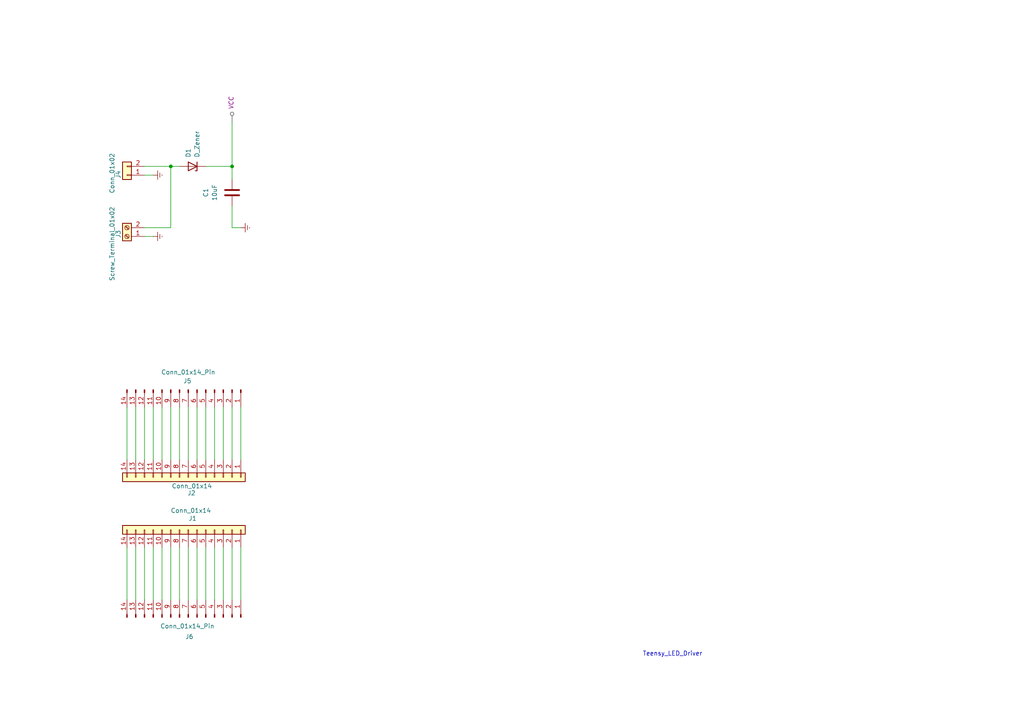
<source format=kicad_sch>
(kicad_sch (version 20231120) (generator "eeschema") (generator_version "8.0")
  (paper "A4")
  (lib_symbols
    (symbol "Connector:Conn_01x14_Pin" (pin_names (offset 1.016) hide)
      (property "Reference" "J" (at 0 17.78 0))
      (property "Value" "Conn_01x14_Pin" (at 0 -20.32 0))
      (symbol "Conn_01x14_Pin_1_1"
        (polyline (pts (xy 1.27 -17.78) (xy 0.8636 -17.78)) (stroke (width 0.1524)))
        (polyline (pts (xy 1.27 -15.24) (xy 0.8636 -15.24)) (stroke (width 0.1524)))
        (polyline (pts (xy 1.27 -12.7) (xy 0.8636 -12.7)) (stroke (width 0.1524)))
        (polyline (pts (xy 1.27 -10.16) (xy 0.8636 -10.16)) (stroke (width 0.1524)))
        (polyline (pts (xy 1.27 -7.62) (xy 0.8636 -7.62)) (stroke (width 0.1524)))
        (polyline (pts (xy 1.27 -5.08) (xy 0.8636 -5.08)) (stroke (width 0.1524)))
        (polyline (pts (xy 1.27 -2.54) (xy 0.8636 -2.54)) (stroke (width 0.1524)))
        (polyline (pts (xy 1.27 0) (xy 0.8636 0)) (stroke (width 0.1524)))
        (polyline (pts (xy 1.27 2.54) (xy 0.8636 2.54)) (stroke (width 0.1524)))
        (polyline (pts (xy 1.27 5.08) (xy 0.8636 5.08)) (stroke (width 0.1524)))
        (polyline (pts (xy 1.27 7.62) (xy 0.8636 7.62)) (stroke (width 0.1524)))
        (polyline (pts (xy 1.27 10.16) (xy 0.8636 10.16)) (stroke (width 0.1524)))
        (polyline (pts (xy 1.27 12.7) (xy 0.8636 12.7)) (stroke (width 0.1524)))
        (polyline (pts (xy 1.27 15.24) (xy 0.8636 15.24)) (stroke (width 0.1524)))
        (rectangle (start 0.8636 -17.653) (end 0 -17.907) (stroke (width 0.1524)) (fill (type outline)))
        (rectangle (start 0.8636 -15.113) (end 0 -15.367) (stroke (width 0.1524)) (fill (type outline)))
        (rectangle (start 0.8636 -12.573) (end 0 -12.827) (stroke (width 0.1524)) (fill (type outline)))
        (rectangle (start 0.8636 -10.033) (end 0 -10.287) (stroke (width 0.1524)) (fill (type outline)))
        (rectangle (start 0.8636 -7.493) (end 0 -7.747) (stroke (width 0.1524)) (fill (type outline)))
        (rectangle (start 0.8636 -4.953) (end 0 -5.207) (stroke (width 0.1524)) (fill (type outline)))
        (rectangle (start 0.8636 -2.413) (end 0 -2.667) (stroke (width 0.1524)) (fill (type outline)))
        (rectangle (start 0.8636 0.127) (end 0 -0.127) (stroke (width 0.1524)) (fill (type outline)))
        (rectangle (start 0.8636 2.667) (end 0 2.413) (stroke (width 0.1524)) (fill (type outline)))
        (rectangle (start 0.8636 5.207) (end 0 4.953) (stroke (width 0.1524)) (fill (type outline)))
        (rectangle (start 0.8636 7.747) (end 0 7.493) (stroke (width 0.1524)) (fill (type outline)))
        (rectangle (start 0.8636 10.287) (end 0 10.033) (stroke (width 0.1524)) (fill (type outline)))
        (rectangle (start 0.8636 12.827) (end 0 12.573) (stroke (width 0.1524)) (fill (type outline)))
        (rectangle (start 0.8636 15.367) (end 0 15.113) (stroke (width 0.1524)) (fill (type outline)))
        (pin passive line (at 5.08 15.24 180) (length 3.81) (name "Pin_1") (number "1"))
        (pin passive line (at 5.08 -7.62 180) (length 3.81) (name "Pin_10") (number "10"))
        (pin passive line (at 5.08 -10.16 180) (length 3.81) (name "Pin_11") (number "11"))
        (pin passive line (at 5.08 -12.7 180) (length 3.81) (name "Pin_12") (number "12"))
        (pin passive line (at 5.08 -15.24 180) (length 3.81) (name "Pin_13") (number "13"))
        (pin passive line (at 5.08 -17.78 180) (length 3.81) (name "Pin_14") (number "14"))
        (pin passive line (at 5.08 12.7 180) (length 3.81) (name "Pin_2") (number "2"))
        (pin passive line (at 5.08 10.16 180) (length 3.81) (name "Pin_3") (number "3"))
        (pin passive line (at 5.08 7.62 180) (length 3.81) (name "Pin_4") (number "4"))
        (pin passive line (at 5.08 5.08 180) (length 3.81) (name "Pin_5") (number "5"))
        (pin passive line (at 5.08 2.54 180) (length 3.81) (name "Pin_6") (number "6"))
        (pin passive line (at 5.08 0 180) (length 3.81) (name "Pin_7") (number "7"))
        (pin passive line (at 5.08 -2.54 180) (length 3.81) (name "Pin_8") (number "8"))
        (pin passive line (at 5.08 -5.08 180) (length 3.81) (name "Pin_9") (number "9"))
      )
    )
    (symbol "Connector:Screw_Terminal_01x02" (pin_names (offset 1.016) hide)
      (property "Reference" "J" (at 0 2.54 0))
      (property "Value" "Screw_Terminal_01x02" (at 0 -5.08 0))
      (symbol "Screw_Terminal_01x02_1_1"
        (rectangle (start -1.27 1.27) (end 1.27 -3.81) (stroke (width 0.254)) (fill (type background)))
        (circle (center 0 -2.54) (radius 0.635) (stroke (width 0.1524)))
        (polyline (pts (xy -0.5334 -2.2098) (xy 0.3302 -3.048)) (stroke (width 0.1524)))
        (polyline (pts (xy -0.5334 0.3302) (xy 0.3302 -0.508)) (stroke (width 0.1524)))
        (polyline (pts (xy -0.3556 -2.032) (xy 0.508 -2.8702)) (stroke (width 0.1524)))
        (polyline (pts (xy -0.3556 0.508) (xy 0.508 -0.3302)) (stroke (width 0.1524)))
        (circle (center 0 0) (radius 0.635) (stroke (width 0.1524)))
        (pin passive line (at -5.08 0 0) (length 3.81) (name "Pin_1") (number "1"))
        (pin passive line (at -5.08 -2.54 0) (length 3.81) (name "Pin_2") (number "2"))
      )
    )
    (symbol "Connector_Generic:Conn_01x02" (pin_names (offset 1.016) hide)
      (property "Reference" "J" (at 0 2.54 0))
      (property "Value" "Conn_01x02" (at 0 -5.08 0))
      (symbol "Conn_01x02_1_1"
        (rectangle (start -1.27 -2.413) (end 0 -2.667) (stroke (width 0.1524)))
        (rectangle (start -1.27 0.127) (end 0 -0.127) (stroke (width 0.1524)))
        (rectangle (start -1.27 1.27) (end 1.27 -3.81) (stroke (width 0.254)) (fill (type background)))
        (pin passive line (at -5.08 0 0) (length 3.81) (name "Pin_1") (number "1"))
        (pin passive line (at -5.08 -2.54 0) (length 3.81) (name "Pin_2") (number "2"))
      )
    )
    (symbol "Connector_Generic:Conn_01x14" (pin_names (offset 1.016) hide)
      (property "Reference" "J" (at 0 17.78 0))
      (property "Value" "Conn_01x14" (at 0 -20.32 0))
      (symbol "Conn_01x14_1_1"
        (rectangle (start -1.27 -17.653) (end 0 -17.907) (stroke (width 0.1524)))
        (rectangle (start -1.27 -15.113) (end 0 -15.367) (stroke (width 0.1524)))
        (rectangle (start -1.27 -12.573) (end 0 -12.827) (stroke (width 0.1524)))
        (rectangle (start -1.27 -10.033) (end 0 -10.287) (stroke (width 0.1524)))
        (rectangle (start -1.27 -7.493) (end 0 -7.747) (stroke (width 0.1524)))
        (rectangle (start -1.27 -4.953) (end 0 -5.207) (stroke (width 0.1524)))
        (rectangle (start -1.27 -2.413) (end 0 -2.667) (stroke (width 0.1524)))
        (rectangle (start -1.27 0.127) (end 0 -0.127) (stroke (width 0.1524)))
        (rectangle (start -1.27 2.667) (end 0 2.413) (stroke (width 0.1524)))
        (rectangle (start -1.27 5.207) (end 0 4.953) (stroke (width 0.1524)))
        (rectangle (start -1.27 7.747) (end 0 7.493) (stroke (width 0.1524)))
        (rectangle (start -1.27 10.287) (end 0 10.033) (stroke (width 0.1524)))
        (rectangle (start -1.27 12.827) (end 0 12.573) (stroke (width 0.1524)))
        (rectangle (start -1.27 15.367) (end 0 15.113) (stroke (width 0.1524)))
        (rectangle (start -1.27 16.51) (end 1.27 -19.05) (stroke (width 0.254)) (fill (type background)))
        (pin passive line (at -5.08 15.24 0) (length 3.81) (name "Pin_1") (number "1"))
        (pin passive line (at -5.08 -7.62 0) (length 3.81) (name "Pin_10") (number "10"))
        (pin passive line (at -5.08 -10.16 0) (length 3.81) (name "Pin_11") (number "11"))
        (pin passive line (at -5.08 -12.7 0) (length 3.81) (name "Pin_12") (number "12"))
        (pin passive line (at -5.08 -15.24 0) (length 3.81) (name "Pin_13") (number "13"))
        (pin passive line (at -5.08 -17.78 0) (length 3.81) (name "Pin_14") (number "14"))
        (pin passive line (at -5.08 12.7 0) (length 3.81) (name "Pin_2") (number "2"))
        (pin passive line (at -5.08 10.16 0) (length 3.81) (name "Pin_3") (number "3"))
        (pin passive line (at -5.08 7.62 0) (length 3.81) (name "Pin_4") (number "4"))
        (pin passive line (at -5.08 5.08 0) (length 3.81) (name "Pin_5") (number "5"))
        (pin passive line (at -5.08 2.54 0) (length 3.81) (name "Pin_6") (number "6"))
        (pin passive line (at -5.08 0 0) (length 3.81) (name "Pin_7") (number "7"))
        (pin passive line (at -5.08 -2.54 0) (length 3.81) (name "Pin_8") (number "8"))
        (pin passive line (at -5.08 -5.08 0) (length 3.81) (name "Pin_9") (number "9"))
      )
    )
    (symbol "Device:C" (pin_numbers hide) (pin_names (offset 0.254))
      (property "Reference" "C" (at 0.635 2.54 0))
      (property "Value" "C" (at 0.635 -2.54 0))
      (symbol "C_0_1"
        (polyline (pts (xy -2.032 -0.762) (xy 2.032 -0.762)) (stroke (width 0.508)))
        (polyline (pts (xy -2.032 0.762) (xy 2.032 0.762)) (stroke (width 0.508)))
      )
      (symbol "C_1_1"
        (pin passive line (at 0 3.81 270) (length 2.794) (name "~") (number "1"))
        (pin passive line (at 0 -3.81 90) (length 2.794) (name "~") (number "2"))
      )
    )
    (symbol "Device:D_Zener" (pin_numbers hide) (pin_names (offset 1.016) hide)
      (property "Reference" "D" (at 0 2.54 0))
      (property "Value" "D_Zener" (at 0 -2.54 0))
      (symbol "D_Zener_0_1"
        (polyline (pts (xy 1.27 0) (xy -1.27 0)))
        (polyline (pts (xy -1.27 -1.27) (xy -1.27 1.27) (xy -0.762 1.27)) (stroke (width 0.254)))
        (polyline (pts (xy 1.27 -1.27) (xy 1.27 1.27) (xy -1.27 0) (xy 1.27 -1.27)) (stroke (width 0.254)))
      )
      (symbol "D_Zener_1_1"
        (pin passive line (at -3.81 0 0) (length 2.54) (name "K") (number "1"))
        (pin passive line (at 3.81 0 180) (length 2.54) (name "A") (number "2"))
      )
    )
    (symbol "power:Earth" (power) (pin_numbers hide) (pin_names (offset 0) hide)
      (property "Value" "Earth" (at 0 -3.81 0))
      (symbol "Earth_0_1"
        (polyline (pts (xy -0.635 -1.905) (xy 0.635 -1.905)))
        (polyline (pts (xy -0.127 -2.54) (xy 0.127 -2.54)))
        (polyline (pts (xy 0 -1.27) (xy 0 0)))
        (polyline (pts (xy 1.27 -1.27) (xy -1.27 -1.27)))
      )
      (symbol "Earth_1_1"
        (pin power_in line (at 0 0 270) (length 0) (name "~") (number "1"))
      )
    )
  )
  (junction (at 67.31 48.26))
  (junction (at 49.53 48.26))
  (wire (pts (xy 39.37 118.11) (xy 39.37 133.35)))
  (wire (pts (xy 62.23 158.75) (xy 62.23 173.99)))
  (wire (pts (xy 52.07 118.11) (xy 52.07 133.35)))
  (wire (pts (xy 57.15 158.75) (xy 57.15 173.99)))
  (wire (pts (xy 41.91 48.26) (xy 49.53 48.26)))
  (wire (pts (xy 41.91 50.8) (xy 44.45 50.8)))
  (wire (pts (xy 46.99 158.75) (xy 46.99 173.99)))
  (wire (pts (xy 59.69 48.26) (xy 67.31 48.26)))
  (wire (pts (xy 41.91 118.11) (xy 41.91 133.35)))
  (wire (pts (xy 59.69 118.11) (xy 59.69 133.35)))
  (wire (pts (xy 67.31 48.26) (xy 67.31 35.56)))
  (wire (pts (xy 64.77 158.75) (xy 64.77 173.99)))
  (wire (pts (xy 67.31 52.07) (xy 67.31 48.26)))
  (wire (pts (xy 46.99 118.11) (xy 46.99 133.35)))
  (wire (pts (xy 59.69 158.75) (xy 59.69 173.99)))
  (wire (pts (xy 36.83 158.75) (xy 36.83 173.99)))
  (wire (pts (xy 36.83 118.11) (xy 36.83 133.35)))
  (wire (pts (xy 67.31 66.04) (xy 67.31 59.69)))
  (wire (pts (xy 44.45 118.11) (xy 44.45 133.35)))
  (wire (pts (xy 49.53 118.11) (xy 49.53 133.35)))
  (wire (pts (xy 49.53 48.26) (xy 52.07 48.26)))
  (wire (pts (xy 52.07 158.75) (xy 52.07 173.99)))
  (wire (pts (xy 67.31 158.75) (xy 67.31 173.99)))
  (wire (pts (xy 57.15 118.11) (xy 57.15 133.35)))
  (wire (pts (xy 49.53 66.04) (xy 49.53 48.26)))
  (wire (pts (xy 41.91 158.75) (xy 41.91 173.99)))
  (wire (pts (xy 62.23 118.11) (xy 62.23 133.35)))
  (wire (pts (xy 69.85 158.75) (xy 69.85 173.99)))
  (wire (pts (xy 64.77 118.11) (xy 64.77 133.35)))
  (wire (pts (xy 54.61 158.75) (xy 54.61 173.99)))
  (wire (pts (xy 41.91 66.04) (xy 49.53 66.04)))
  (wire (pts (xy 41.91 68.58) (xy 44.45 68.58)))
  (wire (pts (xy 39.37 158.75) (xy 39.37 173.99)))
  (wire (pts (xy 44.45 158.75) (xy 44.45 173.99)))
  (wire (pts (xy 49.53 158.75) (xy 49.53 173.99)))
  (wire (pts (xy 67.31 66.04) (xy 69.85 66.04)))
  (wire (pts (xy 54.61 118.11) (xy 54.61 133.35)))
  (wire (pts (xy 69.85 118.11) (xy 69.85 133.35)))
  (wire (pts (xy 67.31 118.11) (xy 67.31 133.35)))
  (text "Teensy_LED_Driver\n" (at 195.072 189.738 0) (effects (font (size 1.27 1.27))))
  (netclass_flag "" (length 2.54) (shape round) (at 67.31 35.56 0) (property "Netclass" "VCC" (at 67.056 31.75 90) (effects (font (italic yes)) (justify left))))
  (symbol (lib_id "Connector:Screw_Terminal_01x02") (at 36.83 68.58 180) (unit 1)
    (property "Reference" "J3" (at 34.29 69.088 90) (effects (justify right)))
    (property "Value" "Screw_Terminal_01x02" (at 32.512 81.534 90) (effects (justify right)))
    (property "Description" "Generic screw terminal, single row, 01x02, script generated (kicad-library-utils/schlib/autogen/connector/)" (effects (hide yes)))
  )
  (symbol (lib_id "Connector_Generic:Conn_01x02") (at 36.83 50.8 180) (unit 1)
    (property "Reference" "J4" (at 34.29 51.816 90) (effects (justify right)))
    (property "Value" "Conn_01x02" (at 32.512 56.134 90) (effects (justify right)))
    (property "Description" "Generic connector, single row, 01x02, script generated (kicad-library-utils/schlib/autogen/connector/)" (effects (hide yes)))
  )
  (symbol (lib_id "Connector_Generic:Conn_01x14") (at 54.61 138.43 270) (unit 1)
    (property "Reference" "J2" (at 54.356 143.002 90) (effects (justify left)))
    (property "Value" "Conn_01x14" (at 49.784 140.97 90) (effects (justify left)))
    (property "Description" "Generic connector, single row, 01x14, script generated (kicad-library-utils/schlib/autogen/connector/)" (effects (hide yes)))
  )
  (symbol (lib_id "Connector:Conn_01x14_Pin") (at 54.61 179.07 270) (mirror x) (unit 1)
    (property "Reference" "J6" (at 56.134 184.658 90) (effects (justify right)))
    (property "Value" "Conn_01x14_Pin" (at 62.23 181.61 90) (effects (justify right)))
    (property "Description" "Generic connector, single row, 01x14, script generated" (effects (hide yes)))
  )
  (symbol (lib_id "power:Earth") (at 44.45 50.8 90) (unit 1)
    (property "Reference" "#PWR02" (effects (hide yes)))
    (property "Value" "Earth" (effects (hide yes)))
    (property "Description" "Power symbol creates a global label with name \"Earth\"" (effects (hide yes)))
  )
  (symbol (lib_id "power:Earth") (at 69.85 66.04 90) (unit 1)
    (property "Reference" "#PWR03" (effects (hide yes)))
    (property "Value" "Earth" (effects (hide yes)))
    (property "Description" "Power symbol creates a global label with name \"Earth\"" (effects (hide yes)))
  )
  (symbol (lib_id "power:Earth") (at 44.45 68.58 90) (unit 1)
    (property "Reference" "#PWR01" (effects (hide yes)))
    (property "Value" "Earth" (effects (hide yes)))
    (property "Description" "Power symbol creates a global label with name \"Earth\"" (effects (hide yes)))
  )
  (symbol (lib_id "Device:D_Zener") (at 55.88 48.26 180) (unit 1)
    (property "Reference" "D1" (at 54.6099 45.72 90) (effects (justify right)))
    (property "Value" "D_Zener" (at 57.1499 45.72 90) (effects (justify right)))
    (property "Description" "Zener diode" (effects (hide yes)))
  )
  (symbol (lib_id "Connector:Conn_01x14_Pin") (at 54.61 113.03 270) (unit 1)
    (property "Reference" "J5" (at 54.356 110.49 90))
    (property "Value" "Conn_01x14_Pin" (at 54.61 107.95 90))
    (property "Description" "Generic connector, single row, 01x14, script generated" (effects (hide yes)))
  )
  (symbol (lib_id "Connector_Generic:Conn_01x14") (at 54.61 153.67 270) (mirror x) (unit 1)
    (property "Reference" "J1" (at 55.88 150.368 90))
    (property "Value" "Conn_01x14" (at 55.372 148.082 90))
    (property "Description" "Generic connector, single row, 01x14, script generated (kicad-library-utils/schlib/autogen/connector/)" (effects (hide yes)))
  )
  (symbol (lib_id "Device:C") (at 67.31 55.88 180) (unit 1)
    (property "Reference" "C1" (at 59.69 55.88 90))
    (property "Value" "10uF" (at 62.23 55.88 90))
    (property "Description" "Unpolarized capacitor" (effects (hide yes)))
  )
)
</source>
